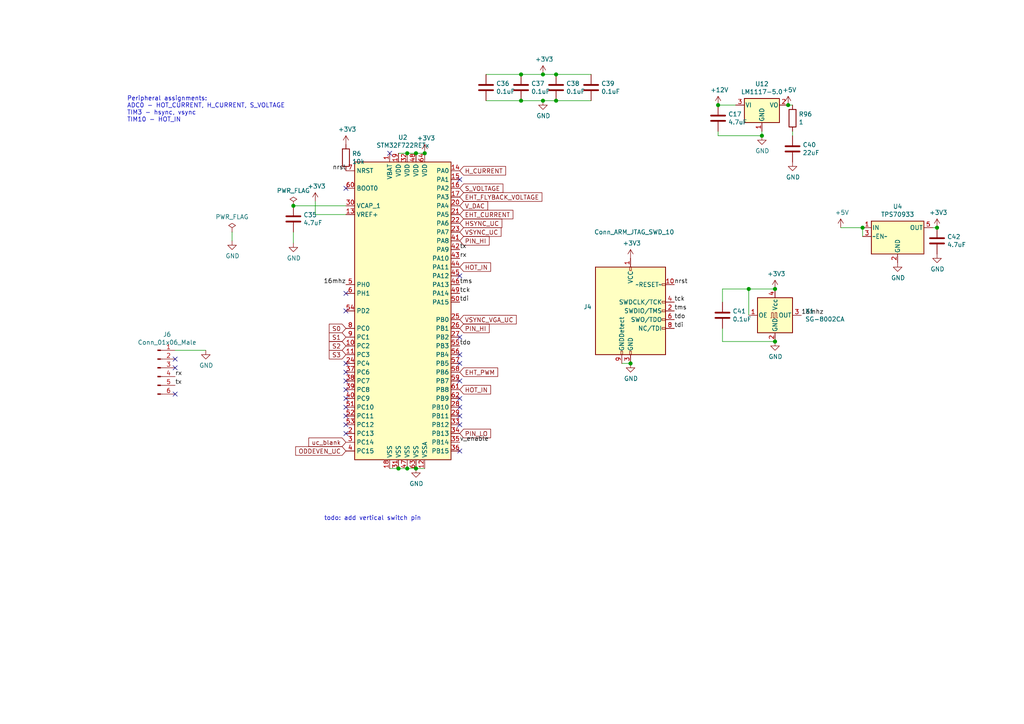
<source format=kicad_sch>
(kicad_sch (version 20211123) (generator eeschema)
  (paper "A4")
  (lib_symbols
    (symbol "Connector:Conn_01x06_Male" (pin_names (offset 1.016) hide)
      (property "Reference" "J" (at 0 7.62 0))
      (property "Value" "Conn_01x06_Male" (at 0 -10.16 0))
      (symbol "Conn_01x06_Male_1_1"
        (polyline (pts (xy 1.27 -7.62) (xy 0.8636 -7.62)) (stroke (width 0.1524)))
        (polyline (pts (xy 1.27 -5.08) (xy 0.8636 -5.08)) (stroke (width 0.1524)))
        (polyline (pts (xy 1.27 -2.54) (xy 0.8636 -2.54)) (stroke (width 0.1524)))
        (polyline (pts (xy 1.27 0) (xy 0.8636 0)) (stroke (width 0.1524)))
        (polyline (pts (xy 1.27 2.54) (xy 0.8636 2.54)) (stroke (width 0.1524)))
        (polyline (pts (xy 1.27 5.08) (xy 0.8636 5.08)) (stroke (width 0.1524)))
        (rectangle (start 0.8636 -7.493) (end 0 -7.747) (stroke (width 0.1524)) (fill (type outline)))
        (rectangle (start 0.8636 -4.953) (end 0 -5.207) (stroke (width 0.1524)) (fill (type outline)))
        (rectangle (start 0.8636 -2.413) (end 0 -2.667) (stroke (width 0.1524)) (fill (type outline)))
        (rectangle (start 0.8636 0.127) (end 0 -0.127) (stroke (width 0.1524)) (fill (type outline)))
        (rectangle (start 0.8636 2.667) (end 0 2.413) (stroke (width 0.1524)) (fill (type outline)))
        (rectangle (start 0.8636 5.207) (end 0 4.953) (stroke (width 0.1524)) (fill (type outline)))
        (pin passive line (at 5.08 5.08 180) (length 3.81) (name "Pin_1") (number "1"))
        (pin passive line (at 5.08 2.54 180) (length 3.81) (name "Pin_2") (number "2"))
        (pin passive line (at 5.08 0 180) (length 3.81) (name "Pin_3") (number "3"))
        (pin passive line (at 5.08 -2.54 180) (length 3.81) (name "Pin_4") (number "4"))
        (pin passive line (at 5.08 -5.08 180) (length 3.81) (name "Pin_5") (number "5"))
        (pin passive line (at 5.08 -7.62 180) (length 3.81) (name "Pin_6") (number "6"))
      )
    )
    (symbol "Device:C" (pin_numbers hide) (pin_names (offset 0.254))
      (property "Reference" "C" (at 0.635 2.54 0))
      (property "Value" "C" (at 0.635 -2.54 0))
      (symbol "C_0_1"
        (polyline (pts (xy -2.032 -0.762) (xy 2.032 -0.762)) (stroke (width 0.508)))
        (polyline (pts (xy -2.032 0.762) (xy 2.032 0.762)) (stroke (width 0.508)))
      )
      (symbol "C_1_1"
        (pin passive line (at 0 3.81 270) (length 2.794) (name "~") (number "1"))
        (pin passive line (at 0 -3.81 90) (length 2.794) (name "~") (number "2"))
      )
    )
    (symbol "Device:R" (pin_numbers hide) (pin_names (offset 0))
      (property "Reference" "R" (at 2.032 0 90))
      (property "Value" "R" (at 0 0 90))
      (symbol "R_0_1"
        (rectangle (start -1.016 -2.54) (end 1.016 2.54) (stroke (width 0.254)))
      )
      (symbol "R_1_1"
        (pin passive line (at 0 3.81 270) (length 1.27) (name "~") (number "1"))
        (pin passive line (at 0 -3.81 90) (length 1.27) (name "~") (number "2"))
      )
    )
    (symbol "MCU_ST_STM32F7:STM32F722RETx"
      (property "Reference" "U" (at -15.24 44.45 0))
      (property "Value" "STM32F722RETx" (at 7.62 44.45 0))
      (symbol "STM32F722RETx_0_1"
        (rectangle (start -15.24 -43.18) (end 12.7 43.18) (stroke (width 0.254)) (fill (type background)))
      )
      (symbol "STM32F722RETx_1_1"
        (pin power_in line (at -5.08 45.72 270) (length 2.54) (name "VBAT") (number "1"))
        (pin bidirectional line (at -17.78 -10.16 0) (length 2.54) (name "PC2") (number "10"))
        (pin bidirectional line (at -17.78 -12.7 0) (length 2.54) (name "PC3") (number "11"))
        (pin power_in line (at 5.08 -45.72 90) (length 2.54) (name "VSSA") (number "12"))
        (pin power_in line (at -17.78 27.94 0) (length 2.54) (name "VREF+") (number "13"))
        (pin bidirectional line (at 15.24 40.64 180) (length 2.54) (name "PA0") (number "14"))
        (pin bidirectional line (at 15.24 38.1 180) (length 2.54) (name "PA1") (number "15"))
        (pin bidirectional line (at 15.24 35.56 180) (length 2.54) (name "PA2") (number "16"))
        (pin bidirectional line (at 15.24 33.02 180) (length 2.54) (name "PA3") (number "17"))
        (pin power_in line (at -5.08 -45.72 90) (length 2.54) (name "VSS") (number "18"))
        (pin power_in line (at -2.54 45.72 270) (length 2.54) (name "VDD") (number "19"))
        (pin bidirectional line (at -17.78 -35.56 0) (length 2.54) (name "PC13") (number "2"))
        (pin bidirectional line (at 15.24 30.48 180) (length 2.54) (name "PA4") (number "20"))
        (pin bidirectional line (at 15.24 27.94 180) (length 2.54) (name "PA5") (number "21"))
        (pin bidirectional line (at 15.24 25.4 180) (length 2.54) (name "PA6") (number "22"))
        (pin bidirectional line (at 15.24 22.86 180) (length 2.54) (name "PA7") (number "23"))
        (pin bidirectional line (at -17.78 -15.24 0) (length 2.54) (name "PC4") (number "24"))
        (pin bidirectional line (at 15.24 -2.54 180) (length 2.54) (name "PB0") (number "25"))
        (pin bidirectional line (at 15.24 -5.08 180) (length 2.54) (name "PB1") (number "26"))
        (pin bidirectional line (at 15.24 -7.62 180) (length 2.54) (name "PB2") (number "27"))
        (pin bidirectional line (at 15.24 -27.94 180) (length 2.54) (name "PB10") (number "28"))
        (pin bidirectional line (at 15.24 -30.48 180) (length 2.54) (name "PB11") (number "29"))
        (pin bidirectional line (at -17.78 -38.1 0) (length 2.54) (name "PC14") (number "3"))
        (pin power_in line (at -17.78 30.48 0) (length 2.54) (name "VCAP_1") (number "30"))
        (pin power_in line (at -2.54 -45.72 90) (length 2.54) (name "VSS") (number "31"))
        (pin power_in line (at 0 45.72 270) (length 2.54) (name "VDD") (number "32"))
        (pin bidirectional line (at 15.24 -33.02 180) (length 2.54) (name "PB12") (number "33"))
        (pin bidirectional line (at 15.24 -35.56 180) (length 2.54) (name "PB13") (number "34"))
        (pin bidirectional line (at 15.24 -38.1 180) (length 2.54) (name "PB14") (number "35"))
        (pin bidirectional line (at 15.24 -40.64 180) (length 2.54) (name "PB15") (number "36"))
        (pin bidirectional line (at -17.78 -17.78 0) (length 2.54) (name "PC6") (number "37"))
        (pin bidirectional line (at -17.78 -20.32 0) (length 2.54) (name "PC7") (number "38"))
        (pin bidirectional line (at -17.78 -22.86 0) (length 2.54) (name "PC8") (number "39"))
        (pin bidirectional line (at -17.78 -40.64 0) (length 2.54) (name "PC15") (number "4"))
        (pin bidirectional line (at -17.78 -25.4 0) (length 2.54) (name "PC9") (number "40"))
        (pin bidirectional line (at 15.24 20.32 180) (length 2.54) (name "PA8") (number "41"))
        (pin bidirectional line (at 15.24 17.78 180) (length 2.54) (name "PA9") (number "42"))
        (pin bidirectional line (at 15.24 15.24 180) (length 2.54) (name "PA10") (number "43"))
        (pin bidirectional line (at 15.24 12.7 180) (length 2.54) (name "PA11") (number "44"))
        (pin bidirectional line (at 15.24 10.16 180) (length 2.54) (name "PA12") (number "45"))
        (pin bidirectional line (at 15.24 7.62 180) (length 2.54) (name "PA13") (number "46"))
        (pin power_in line (at 0 -45.72 90) (length 2.54) (name "VSS") (number "47"))
        (pin power_in line (at 2.54 45.72 270) (length 2.54) (name "VDD") (number "48"))
        (pin bidirectional line (at 15.24 5.08 180) (length 2.54) (name "PA14") (number "49"))
        (pin input line (at -17.78 7.62 0) (length 2.54) (name "PH0") (number "5"))
        (pin bidirectional line (at 15.24 2.54 180) (length 2.54) (name "PA15") (number "50"))
        (pin bidirectional line (at -17.78 -27.94 0) (length 2.54) (name "PC10") (number "51"))
        (pin bidirectional line (at -17.78 -30.48 0) (length 2.54) (name "PC11") (number "52"))
        (pin bidirectional line (at -17.78 -33.02 0) (length 2.54) (name "PC12") (number "53"))
        (pin bidirectional line (at -17.78 0 0) (length 2.54) (name "PD2") (number "54"))
        (pin bidirectional line (at 15.24 -10.16 180) (length 2.54) (name "PB3") (number "55"))
        (pin bidirectional line (at 15.24 -12.7 180) (length 2.54) (name "PB4") (number "56"))
        (pin bidirectional line (at 15.24 -15.24 180) (length 2.54) (name "PB5") (number "57"))
        (pin bidirectional line (at 15.24 -17.78 180) (length 2.54) (name "PB6") (number "58"))
        (pin bidirectional line (at 15.24 -20.32 180) (length 2.54) (name "PB7") (number "59"))
        (pin input line (at -17.78 5.08 0) (length 2.54) (name "PH1") (number "6"))
        (pin input line (at -17.78 35.56 0) (length 2.54) (name "BOOT0") (number "60"))
        (pin bidirectional line (at 15.24 -22.86 180) (length 2.54) (name "PB8") (number "61"))
        (pin bidirectional line (at 15.24 -25.4 180) (length 2.54) (name "PB9") (number "62"))
        (pin power_in line (at 2.54 -45.72 90) (length 2.54) (name "VSS") (number "63"))
        (pin power_in line (at 5.08 45.72 270) (length 2.54) (name "VDD") (number "64"))
        (pin input line (at -17.78 40.64 0) (length 2.54) (name "NRST") (number "7"))
        (pin bidirectional line (at -17.78 -5.08 0) (length 2.54) (name "PC0") (number "8"))
        (pin bidirectional line (at -17.78 -7.62 0) (length 2.54) (name "PC1") (number "9"))
      )
    )
    (symbol "Oscillator:SG-8002CA" (pin_names (offset 0.254))
      (property "Reference" "X" (at -5.08 6.35 0))
      (property "Value" "SG-8002CA" (at 1.27 -6.35 0))
      (symbol "SG-8002CA_0_1"
        (rectangle (start -5.08 5.08) (end 5.08 -5.08) (stroke (width 0.254)) (fill (type background)))
        (polyline (pts (xy -1.27 -0.762) (xy -1.016 -0.762) (xy -1.016 0.762) (xy -0.508 0.762) (xy -0.508 -0.762) (xy 0 -0.762) (xy 0 0.762) (xy 0.508 0.762) (xy 0.508 -0.762) (xy 0.762 -0.762)))
      )
      (symbol "SG-8002CA_1_1"
        (pin input line (at -7.62 0 0) (length 2.54) (name "OE") (number "1"))
        (pin power_in line (at 0 -7.62 90) (length 2.54) (name "GND") (number "2"))
        (pin output line (at 7.62 0 180) (length 2.54) (name "OUT") (number "3"))
        (pin power_in line (at 0 7.62 270) (length 2.54) (name "Vcc") (number "4"))
      )
    )
    (symbol "Regulator_Linear:LM1117-3.3" (pin_names (offset 0.254))
      (property "Reference" "U" (at -3.81 3.175 0))
      (property "Value" "LM1117-3.3" (at 0 3.175 0))
      (symbol "LM1117-3.3_0_1"
        (rectangle (start -5.08 -5.08) (end 5.08 1.905) (stroke (width 0.254)) (fill (type background)))
      )
      (symbol "LM1117-3.3_1_1"
        (pin power_in line (at 0 -7.62 90) (length 2.54) (name "GND") (number "1"))
        (pin power_out line (at 7.62 0 180) (length 2.54) (name "VO") (number "2"))
        (pin power_in line (at -7.62 0 0) (length 2.54) (name "VI") (number "3"))
      )
    )
    (symbol "power:+12V" (power) (pin_names (offset 0))
      (property "Value" "+12V" (at 0 3.556 0))
      (symbol "+12V_0_1"
        (polyline (pts (xy -0.762 1.27) (xy 0 2.54)))
        (polyline (pts (xy 0 0) (xy 0 2.54)))
        (polyline (pts (xy 0 2.54) (xy 0.762 1.27)))
      )
      (symbol "+12V_1_1"
        (pin power_in line (at 0 0 90) (length 0) hide (name "+12V") (number "1"))
      )
    )
    (symbol "power:+3.3V" (power) (pin_names (offset 0))
      (property "Value" "+3.3V" (at 0 3.556 0))
      (symbol "+3.3V_0_1"
        (polyline (pts (xy -0.762 1.27) (xy 0 2.54)))
        (polyline (pts (xy 0 0) (xy 0 2.54)))
        (polyline (pts (xy 0 2.54) (xy 0.762 1.27)))
      )
      (symbol "+3.3V_1_1"
        (pin power_in line (at 0 0 90) (length 0) hide (name "+3V3") (number "1"))
      )
    )
    (symbol "power:+5V" (power) (pin_names (offset 0))
      (property "Value" "+5V" (at 0 3.556 0))
      (symbol "+5V_0_1"
        (polyline (pts (xy -0.762 1.27) (xy 0 2.54)))
        (polyline (pts (xy 0 0) (xy 0 2.54)))
        (polyline (pts (xy 0 2.54) (xy 0.762 1.27)))
      )
      (symbol "+5V_1_1"
        (pin power_in line (at 0 0 90) (length 0) hide (name "+5V") (number "1"))
      )
    )
    (symbol "power:GND" (power) (pin_names (offset 0))
      (property "Value" "GND" (at 0 -3.81 0))
      (symbol "GND_0_1"
        (polyline (pts (xy 0 0) (xy 0 -1.27) (xy 1.27 -1.27) (xy 0 -2.54) (xy -1.27 -1.27) (xy 0 -1.27)))
      )
      (symbol "GND_1_1"
        (pin power_in line (at 0 0 270) (length 0) hide (name "GND") (number "1"))
      )
    )
    (symbol "power:PWR_FLAG" (power) (pin_numbers hide) (pin_names (offset 0) hide)
      (property "Value" "PWR_FLAG" (at 0 3.81 0))
      (symbol "PWR_FLAG_0_0"
        (pin power_out line (at 0 0 90) (length 0) (name "pwr") (number "1"))
      )
      (symbol "PWR_FLAG_0_1"
        (polyline (pts (xy 0 0) (xy 0 1.27) (xy -1.016 1.905) (xy 0 2.54) (xy 1.016 1.905) (xy 0 1.27)))
      )
    )
    (symbol "td-deflect-rescue:Conn_ARM_JTAG_SWD_10-Connector" (pin_names (offset 1.016))
      (property "Reference" "J" (at -2.54 16.51 0))
      (property "Value" "Conn_ARM_JTAG_SWD_10-Connector" (at -2.54 13.97 0))
      (symbol "Conn_ARM_JTAG_SWD_10-Connector_0_1"
        (rectangle (start -10.16 12.7) (end 10.16 -12.7) (stroke (width 0.254)) (fill (type background)))
        (rectangle (start -2.794 -12.7) (end -2.286 -11.684))
        (rectangle (start -0.254 -12.7) (end 0.254 -11.684))
        (rectangle (start -0.254 12.7) (end 0.254 11.684))
        (rectangle (start 9.144 2.286) (end 10.16 2.794))
        (rectangle (start 10.16 -2.794) (end 9.144 -2.286))
        (rectangle (start 10.16 -0.254) (end 9.144 0.254))
        (rectangle (start 10.16 7.874) (end 9.144 7.366))
      )
      (symbol "Conn_ARM_JTAG_SWD_10-Connector_1_1"
        (rectangle (start 9.144 -5.334) (end 10.16 -4.826))
        (pin power_in line (at 0 15.24 270) (length 2.54) (name "VCC") (number "1"))
        (pin open_collector line (at 12.7 7.62 180) (length 2.54) (name "~RESET~") (number "10"))
        (pin bidirectional line (at 12.7 0 180) (length 2.54) (name "SWDIO/TMS") (number "2"))
        (pin power_in line (at 0 -15.24 90) (length 2.54) (name "GND") (number "3"))
        (pin output line (at 12.7 2.54 180) (length 2.54) (name "SWDCLK/TCK") (number "4"))
        (pin passive line (at 0 -15.24 90) (length 2.54) hide (name "GND") (number "5"))
        (pin input line (at 12.7 -2.54 180) (length 2.54) (name "SWO/TDO") (number "6"))
        (pin no_connect line (at -10.16 0 0) (length 2.54) hide (name "KEY") (number "7"))
        (pin output line (at 12.7 -5.08 180) (length 2.54) (name "NC/TDI") (number "8"))
        (pin input line (at -2.54 -15.24 90) (length 2.54) (name "GNDDetect") (number "9"))
      )
    )
    (symbol "td-deflect-rescue:TPS76933-Regulator_Linear" (pin_names (offset 0.254))
      (property "Reference" "U" (at -6.35 5.715 0))
      (property "Value" "TPS76933-Regulator_Linear" (at 0 5.715 0))
      (symbol "TPS76933-Regulator_Linear_0_1"
        (rectangle (start -7.62 4.445) (end 7.62 -5.08) (stroke (width 0.254)) (fill (type background)))
      )
      (symbol "TPS76933-Regulator_Linear_1_1"
        (pin power_in line (at -10.16 2.54 0) (length 2.54) (name "IN") (number "1"))
        (pin power_in line (at 0 -7.62 90) (length 2.54) (name "GND") (number "2"))
        (pin input line (at -10.16 0 0) (length 2.54) (name "~EN~") (number "3"))
        (pin no_connect line (at 10.16 0 180) (length 2.54) hide (name "NC") (number "4"))
        (pin power_out line (at 10.16 2.54 180) (length 2.54) (name "OUT") (number "5"))
      )
    )
  )
  (junction (at 115.57 135.89) (diameter 1.016))
  (junction (at 161.29 29.21) (diameter 1.016))
  (junction (at 120.65 135.89) (diameter 1.016))
  (junction (at 271.78 66.04) (diameter 1.016))
  (junction (at 228.6 30.48) (diameter 1.016))
  (junction (at 118.11 44.45) (diameter 1.016))
  (junction (at 151.13 29.21) (diameter 1.016))
  (junction (at 217.17 83.82) (diameter 1.016))
  (junction (at 224.79 83.82) (diameter 1.016))
  (junction (at 182.88 105.41) (diameter 1.016))
  (junction (at 224.79 99.06) (diameter 1.016))
  (junction (at 118.11 135.89) (diameter 1.016))
  (junction (at 208.28 30.48) (diameter 1.016))
  (junction (at 250.19 66.04) (diameter 1.016))
  (junction (at 161.29 21.59) (diameter 1.016))
  (junction (at 220.98 39.37) (diameter 1.016))
  (junction (at 123.19 44.45) (diameter 1.016))
  (junction (at 157.48 21.59) (diameter 1.016))
  (junction (at 85.09 59.69) (diameter 1.016))
  (junction (at 157.48 29.21) (diameter 1.016))
  (junction (at 151.13 21.59) (diameter 1.016))
  (junction (at 120.65 44.45) (diameter 1.016))
  (no_connect (at 50.8 106.68))
  (no_connect (at 133.35 102.87))
  (no_connect (at 133.35 123.19))
  (no_connect (at 100.33 107.95))
  (no_connect (at 100.33 113.03))
  (no_connect (at 50.8 104.14))
  (no_connect (at 100.33 125.73))
  (no_connect (at 133.35 130.81))
  (no_connect (at 133.35 97.79))
  (no_connect (at 133.35 118.11))
  (no_connect (at 50.8 114.3))
  (no_connect (at 113.03 44.45))
  (no_connect (at 133.35 110.49))
  (no_connect (at 100.33 110.49))
  (no_connect (at 100.33 120.65))
  (no_connect (at 133.35 105.41))
  (no_connect (at 100.33 123.19))
  (no_connect (at 133.35 115.57))
  (no_connect (at 100.33 115.57))
  (no_connect (at 133.35 80.01))
  (no_connect (at 100.33 118.11))
  (no_connect (at 133.35 52.07))
  (no_connect (at 100.33 54.61))
  (no_connect (at 100.33 90.17))
  (no_connect (at 100.33 85.09))
  (no_connect (at 100.33 105.41))
  (no_connect (at 133.35 120.65))
  (wire (pts (xy 208.28 39.37) (xy 220.98 39.37)))
  (wire (pts (xy 157.48 21.59) (xy 161.29 21.59)))
  (wire (pts (xy 209.55 99.06) (xy 209.55 95.25)))
  (wire (pts (xy 151.13 21.59) (xy 157.48 21.59)))
  (wire (pts (xy 140.97 29.21) (xy 151.13 29.21)))
  (wire (pts (xy 118.11 135.89) (xy 120.65 135.89)))
  (wire (pts (xy 270.51 66.04) (xy 271.78 66.04)))
  (wire (pts (xy 229.87 30.48) (xy 228.6 30.48)))
  (wire (pts (xy 157.48 29.21) (xy 161.29 29.21)))
  (wire (pts (xy 50.8 101.6) (xy 59.69 101.6)))
  (wire (pts (xy 209.55 83.82) (xy 217.17 83.82)))
  (wire (pts (xy 67.31 67.31) (xy 67.31 69.85)))
  (wire (pts (xy 91.44 62.23) (xy 91.44 58.42)))
  (wire (pts (xy 100.33 62.23) (xy 91.44 62.23)))
  (wire (pts (xy 85.09 59.69) (xy 100.33 59.69)))
  (wire (pts (xy 224.79 83.82) (xy 217.17 83.82)))
  (wire (pts (xy 118.11 44.45) (xy 120.65 44.45)))
  (wire (pts (xy 180.34 105.41) (xy 182.88 105.41)))
  (wire (pts (xy 229.87 38.1) (xy 229.87 39.37)))
  (wire (pts (xy 85.09 67.31) (xy 85.09 70.485)))
  (wire (pts (xy 217.17 83.82) (xy 217.17 91.44)))
  (wire (pts (xy 151.13 29.21) (xy 157.48 29.21)))
  (wire (pts (xy 224.79 99.06) (xy 209.55 99.06)))
  (wire (pts (xy 208.28 30.48) (xy 213.36 30.48)))
  (wire (pts (xy 209.55 87.63) (xy 209.55 83.82)))
  (wire (pts (xy 115.57 44.45) (xy 118.11 44.45)))
  (wire (pts (xy 120.65 44.45) (xy 123.19 44.45)))
  (wire (pts (xy 161.29 29.21) (xy 171.45 29.21)))
  (wire (pts (xy 118.11 135.89) (xy 115.57 135.89)))
  (wire (pts (xy 151.13 21.59) (xy 140.97 21.59)))
  (wire (pts (xy 171.45 21.59) (xy 161.29 21.59)))
  (wire (pts (xy 250.19 68.58) (xy 250.19 66.04)))
  (wire (pts (xy 208.28 39.37) (xy 208.28 38.1)))
  (wire (pts (xy 113.03 135.89) (xy 115.57 135.89)))
  (wire (pts (xy 220.98 39.37) (xy 220.98 38.1)))
  (wire (pts (xy 243.84 66.04) (xy 250.19 66.04)))
  (wire (pts (xy 123.19 135.89) (xy 120.65 135.89)))
  (text "Peripheral assignments:\nADC0 - HOT_CURRENT, H_CURRENT, S_VOLTAGE\nTIM3 - hsync, vsync\nTIM10 - HOT_IN" (at 36.83 35.56 0) (effects (font (size 1.27 1.27)) (justify left bottom)))
  (text "todo: add vertical switch pin" (at 93.98 151.13 0) (effects (font (size 1.27 1.27)) (justify left bottom)))
  (label "tx" (at 50.8 111.76 0))
  (label "v_enable" (at 133.35 128.27 0))
  (label "nrst" (at 195.58 82.55 0))
  (label "tms" (at 133.35 82.55 0))
  (label "rx" (at 50.8 109.22 0))
  (label "tdo" (at 195.58 92.71 0))
  (label "16mhz" (at 232.41 91.44 0))
  (label "tck" (at 133.35 85.09 0))
  (label "tdi" (at 195.58 95.25 0))
  (label "tx" (at 133.35 72.39 0))
  (label "nrst" (at 100.33 49.53 180))
  (label "16mhz" (at 100.33 82.55 180))
  (label "tdi" (at 133.35 87.63 0))
  (label "tdo" (at 133.35 100.33 0))
  (label "tck" (at 195.58 87.63 0))
  (label "tms" (at 195.58 90.17 0))
  (label "rx" (at 133.35 74.93 0))
  (global_label "PIN_HI" (shape input) (at 133.35 95.25 0) (property "Intersheet References" "${INTERSHEET_REFS}" (effects hide)))
  (global_label "EHT_FLYBACK_VOLTAGE" (shape input) (at 133.35 57.15 0) (property "Intersheet References" "${INTERSHEET_REFS}" (effects hide)))
  (global_label "S0" (shape input) (at 100.33 95.25 180) (property "Intersheet References" "${INTERSHEET_REFS}" (effects hide)))
  (global_label "HOT_IN" (shape input) (at 133.35 77.47 0) (property "Intersheet References" "${INTERSHEET_REFS}" (effects hide)))
  (global_label "HSYNC_UC" (shape input) (at 133.35 64.77 0) (property "Intersheet References" "${INTERSHEET_REFS}" (effects hide)))
  (global_label "VSYNC_VGA_UC" (shape input) (at 133.35 92.71 0) (property "Intersheet References" "${INTERSHEET_REFS}" (effects hide)))
  (global_label "H_CURRENT" (shape input) (at 133.35 49.53 0) (property "Intersheet References" "${INTERSHEET_REFS}" (effects hide)))
  (global_label "EHT_PWM" (shape input) (at 133.35 107.95 0) (property "Intersheet References" "${INTERSHEET_REFS}" (effects hide)))
  (global_label "PIN_LO" (shape input) (at 133.35 125.73 0) (property "Intersheet References" "${INTERSHEET_REFS}" (effects hide)))
  (global_label "S1" (shape input) (at 100.33 97.79 180) (property "Intersheet References" "${INTERSHEET_REFS}" (effects hide)))
  (global_label "S2" (shape input) (at 100.33 100.33 180) (property "Intersheet References" "${INTERSHEET_REFS}" (effects hide)))
  (global_label "S_VOLTAGE" (shape input) (at 133.35 54.61 0) (property "Intersheet References" "${INTERSHEET_REFS}" (effects hide)))
  (global_label "HOT_IN" (shape input) (at 133.35 113.03 0) (property "Intersheet References" "${INTERSHEET_REFS}" (effects hide)))
  (global_label "uc_blank" (shape input) (at 100.33 128.27 180) (property "Intersheet References" "${INTERSHEET_REFS}" (effects hide)))
  (global_label "VSYNC_UC" (shape input) (at 133.35 67.31 0) (property "Intersheet References" "${INTERSHEET_REFS}" (effects hide)))
  (global_label "EHT_CURRENT" (shape input) (at 133.35 62.23 0) (property "Intersheet References" "${INTERSHEET_REFS}" (effects hide)))
  (global_label "ODDEVEN_UC" (shape input) (at 100.33 130.81 180) (property "Intersheet References" "${INTERSHEET_REFS}" (effects hide)))
  (global_label "S3" (shape input) (at 100.33 102.87 180) (property "Intersheet References" "${INTERSHEET_REFS}" (effects hide)))
  (global_label "V_DAC" (shape input) (at 133.35 59.69 0) (property "Intersheet References" "${INTERSHEET_REFS}" (effects hide)))
  (global_label "PIN_HI" (shape input) (at 133.35 69.85 0) (property "Intersheet References" "${INTERSHEET_REFS}" (effects hide)))
  (symbol (lib_id "td-deflect-rescue:TPS76933-Regulator_Linear") (at 260.35 68.58 0) (unit 1)
    (property "Reference" "U4" (at 260.35 59.8932 0))
    (property "Value" "TPS70933" (at 260.35 62.2046 0))
    (property "Footprint" "Package_TO_SOT_SMD:SOT-23-5" (effects hide))
    (property "Datasheet" "http://www.ti.com/lit/ds/symlink/tps769.pdf" (effects hide))
    (property "Digikey" "296-35483-1-ND" (effects hide))
  )
  (symbol (lib_id "power:GND") (at 260.35 76.2 0) (unit 1)
    (property "Reference" "#PWR0140" (effects hide))
    (property "Value" "GND" (at 260.477 80.5942 0))
  )
  (symbol (lib_id "MCU_ST_STM32F7:STM32F722RETx") (at 118.11 90.17 0) (unit 1)
    (property "Reference" "U2" (at 116.84 39.8526 0))
    (property "Value" "STM32F722RETx" (at 116.84 42.164 0))
    (property "Footprint" "Package_QFP:LQFP-64_10x10mm_P0.5mm" (effects hide))
    (property "Datasheet" "http://www.st.com/st-web-ui/static/active/en/resource/technical/document/datasheet/DM00330506.pdf" (effects hide))
    (property "Digikey" "497-17184-ND" (effects hide))
  )
  (symbol (lib_id "power:+3.3V") (at 123.19 44.45 0) (unit 1)
    (property "Reference" "#PWR0125" (effects hide))
    (property "Value" "+3.3V" (at 123.571 40.0558 0))
  )
  (symbol (lib_id "power:GND") (at 120.65 135.89 0) (unit 1)
    (property "Reference" "#PWR0126" (effects hide))
    (property "Value" "GND" (at 120.777 140.2842 0))
  )
  (symbol (lib_id "Device:C") (at 140.97 25.4 0) (unit 1)
    (property "Reference" "C36" (at 143.891 24.2316 0) (effects (justify left)))
    (property "Value" "0.1uF" (at 143.891 26.543 0) (effects (justify left)))
    (property "Footprint" "Capacitor_SMD:C_0805_2012Metric_Pad1.15x1.40mm_HandSolder" (effects hide))
    (property "Voltage" "10V" (effects hide))
    (property "Digikey" "1276-1099-1-ND" (effects hide))
  )
  (symbol (lib_id "Device:C") (at 151.13 25.4 0) (unit 1)
    (property "Reference" "C37" (at 154.051 24.2316 0) (effects (justify left)))
    (property "Value" "0.1uF" (at 154.051 26.543 0) (effects (justify left)))
    (property "Footprint" "Capacitor_SMD:C_0805_2012Metric_Pad1.15x1.40mm_HandSolder" (effects hide))
    (property "Voltage" "10V" (effects hide))
    (property "Digikey" "1276-1099-1-ND" (effects hide))
  )
  (symbol (lib_id "Device:C") (at 161.29 25.4 0) (unit 1)
    (property "Reference" "C38" (at 164.211 24.2316 0) (effects (justify left)))
    (property "Value" "0.1uF" (at 164.211 26.543 0) (effects (justify left)))
    (property "Footprint" "Capacitor_SMD:C_0805_2012Metric_Pad1.15x1.40mm_HandSolder" (effects hide))
    (property "Voltage" "10V" (effects hide))
    (property "Digikey" "1276-1099-1-ND" (effects hide))
  )
  (symbol (lib_id "Device:C") (at 171.45 25.4 0) (unit 1)
    (property "Reference" "C39" (at 174.371 24.2316 0) (effects (justify left)))
    (property "Value" "0.1uF" (at 174.371 26.543 0) (effects (justify left)))
    (property "Footprint" "Capacitor_SMD:C_0805_2012Metric_Pad1.15x1.40mm_HandSolder" (effects hide))
    (property "Voltage" "10V" (effects hide))
    (property "Digikey" "1276-1099-1-ND" (effects hide))
  )
  (symbol (lib_id "power:+3.3V") (at 157.48 21.59 0) (unit 1)
    (property "Reference" "#PWR0127" (effects hide))
    (property "Value" "+3.3V" (at 157.861 17.1958 0))
  )
  (symbol (lib_id "power:GND") (at 157.48 29.21 0) (unit 1)
    (property "Reference" "#PWR0128" (effects hide))
    (property "Value" "GND" (at 157.607 33.6042 0))
  )
  (symbol (lib_id "power:+3.3V") (at 91.44 58.42 0) (unit 1)
    (property "Reference" "#PWR0129" (effects hide))
    (property "Value" "+3.3V" (at 91.821 54.0258 0))
  )
  (symbol (lib_id "td-deflect-rescue:Conn_ARM_JTAG_SWD_10-Connector") (at 182.88 90.17 0) (unit 1)
    (property "Reference" "J4" (at 171.6278 89.0016 0) (effects (justify right)))
    (property "Value" "Conn_ARM_JTAG_SWD_10" (at 195.58 67.31 0) (effects (justify right)))
    (property "Footprint" "Connector_PinHeader_1.27mm:PinHeader_2x05_P1.27mm_Vertical_SMD" (effects hide))
    (property "Datasheet" "http://infocenter.arm.com/help/topic/com.arm.doc.faqs/attached/13634/cortex_debug_connectors.pdf" (effects hide))
    (property "Digikey" " SAM9438-ND " (effects hide))
  )
  (symbol (lib_id "power:+3.3V") (at 182.88 74.93 0) (unit 1)
    (property "Reference" "#PWR0130" (effects hide))
    (property "Value" "+3.3V" (at 183.261 70.5358 0))
  )
  (symbol (lib_id "power:GND") (at 182.88 105.41 0) (unit 1)
    (property "Reference" "#PWR0131" (effects hide))
    (property "Value" "GND" (at 183.007 109.8042 0))
  )
  (symbol (lib_id "Device:R") (at 100.33 45.72 0) (unit 1)
    (property "Reference" "R6" (at 102.108 44.5516 0) (effects (justify left)))
    (property "Value" "10k" (at 102.108 46.863 0) (effects (justify left)))
    (property "Footprint" "Resistor_SMD:R_0805_2012Metric_Pad1.15x1.40mm_HandSolder" (effects hide))
  )
  (symbol (lib_id "power:+3.3V") (at 100.33 41.91 0) (unit 1)
    (property "Reference" "#PWR0132" (effects hide))
    (property "Value" "+3.3V" (at 100.711 37.5158 0))
  )
  (symbol (lib_id "power:+3.3V") (at 271.78 66.04 0) (unit 1)
    (property "Reference" "#PWR0133" (effects hide))
    (property "Value" "+3.3V" (at 272.161 61.6458 0))
  )
  (symbol (lib_id "Device:C") (at 271.78 69.85 0) (unit 1)
    (property "Reference" "C42" (at 274.701 68.6816 0) (effects (justify left)))
    (property "Value" "4.7uF" (at 274.701 70.993 0) (effects (justify left)))
    (property "Footprint" "Capacitor_SMD:C_0805_2012Metric_Pad1.15x1.40mm_HandSolder" (effects hide))
    (property "Voltage" "10V" (effects hide))
    (property "Digikey" "1276-3177-1-ND" (effects hide))
  )
  (symbol (lib_id "power:GND") (at 271.78 73.66 0) (unit 1)
    (property "Reference" "#PWR0134" (effects hide))
    (property "Value" "GND" (at 271.907 78.0542 0))
  )
  (symbol (lib_id "power:+5V") (at 243.84 66.04 0) (unit 1)
    (property "Reference" "#PWR0136" (effects hide))
    (property "Value" "+5V" (at 244.221 61.6458 0))
  )
  (symbol (lib_id "Oscillator:SG-8002CA") (at 224.79 91.44 0) (unit 1)
    (property "Reference" "X1" (at 233.5276 90.2716 0) (effects (justify left)))
    (property "Value" "SG-8002CA" (at 233.5276 92.583 0) (effects (justify left)))
    (property "Footprint" "Oscillator:Oscillator_SMD_SeikoEpson_SG8002CA-4Pin_7.0x5.0mm" (effects hide))
    (property "Datasheet" "https://support.epson.biz/td/api/doc_check.php?mode=dl&lang=en&Parts=SG-8002DC" (effects hide))
    (property "Digikey" " CTX270LVCT-ND " (effects hide))
  )
  (symbol (lib_id "power:+3.3V") (at 224.79 83.82 0) (unit 1)
    (property "Reference" "#PWR0137" (effects hide))
    (property "Value" "+3.3V" (at 225.171 79.4258 0))
  )
  (symbol (lib_id "power:GND") (at 224.79 99.06 0) (unit 1)
    (property "Reference" "#PWR0138" (effects hide))
    (property "Value" "GND" (at 224.917 103.4542 0))
  )
  (symbol (lib_id "Device:C") (at 209.55 91.44 0) (unit 1)
    (property "Reference" "C41" (at 212.471 90.2716 0) (effects (justify left)))
    (property "Value" "0.1uF" (at 212.471 92.583 0) (effects (justify left)))
    (property "Footprint" "Capacitor_SMD:C_0805_2012Metric_Pad1.15x1.40mm_HandSolder" (effects hide))
    (property "Voltage" "10V" (effects hide))
    (property "Digikey" "1276-1099-1-ND" (effects hide))
  )
  (symbol (lib_id "Device:C") (at 85.09 63.5 0) (unit 1)
    (property "Reference" "C35" (at 88.011 62.3316 0) (effects (justify left)))
    (property "Value" "4.7uF" (at 88.011 64.643 0) (effects (justify left)))
    (property "Footprint" "Capacitor_SMD:C_0805_2012Metric_Pad1.15x1.40mm_HandSolder" (effects hide))
    (property "Voltage" "10V" (effects hide))
    (property "Digikey" "1276-3177-1-ND" (effects hide))
  )
  (symbol (lib_id "power:GND") (at 85.09 70.485 0) (unit 1)
    (property "Reference" "#PWR0139" (effects hide))
    (property "Value" "GND" (at 85.217 74.8792 0))
  )
  (symbol (lib_id "Device:C") (at 208.28 34.29 0) (unit 1)
    (property "Reference" "C17" (at 211.201 33.1216 0) (effects (justify left)))
    (property "Value" "4.7uF" (at 211.201 35.433 0) (effects (justify left)))
    (property "Footprint" "Capacitor_SMD:C_0805_2012Metric_Pad1.15x1.40mm_HandSolder" (effects hide))
    (property "Voltage" "25V" (effects hide))
    (property "Digikey" "1276-3177-1-ND" (effects hide))
  )
  (symbol (lib_id "power:+5V") (at 228.6 30.48 0) (unit 1)
    (property "Reference" "#PWR0163" (effects hide))
    (property "Value" "+5V" (at 228.981 26.0858 0))
  )
  (symbol (lib_id "power:+12V") (at 208.28 30.48 0) (unit 1)
    (property "Reference" "#PWR0164" (effects hide))
    (property "Value" "+12V" (at 208.661 26.0858 0))
  )
  (symbol (lib_id "Connector:Conn_01x06_Male") (at 45.72 106.68 0) (unit 1)
    (property "Reference" "J6" (at 48.4632 97.0026 0))
    (property "Value" "Conn_01x06_Male" (at 48.4632 99.314 0))
    (property "Footprint" "Connector_PinHeader_2.54mm:PinHeader_1x06_P2.54mm_Vertical" (effects hide))
  )
  (symbol (lib_id "power:GND") (at 59.69 101.6 0) (unit 1)
    (property "Reference" "#PWR0167" (effects hide))
    (property "Value" "GND" (at 59.817 105.9942 0))
  )
  (symbol (lib_id "Regulator_Linear:LM1117-3.3") (at 220.98 30.48 0) (unit 1)
    (property "Reference" "U12" (at 220.98 24.3332 0))
    (property "Value" "LM1117-5.0" (at 220.98 26.6446 0))
    (property "Footprint" "Package_TO_SOT_SMD:TO-252-2" (effects hide))
    (property "Datasheet" "http://www.ti.com/lit/ds/symlink/lm1117.pdf" (effects hide))
    (property "Digikey" "LM1117IDTX-5.0/NOPBCT-ND" (effects hide))
  )
  (symbol (lib_id "power:GND") (at 229.87 46.99 0) (unit 1)
    (property "Reference" "#PWR049" (effects hide))
    (property "Value" "GND" (at 229.997 51.3842 0))
  )
  (symbol (lib_id "Device:C") (at 229.87 43.18 0) (unit 1)
    (property "Reference" "C40" (at 232.791 42.0116 0) (effects (justify left)))
    (property "Value" "22uF" (at 232.791 44.323 0) (effects (justify left)))
    (property "Footprint" "Capacitor_SMD:C_1206_3216Metric_Pad1.42x1.75mm_HandSolder" (effects hide))
    (property "Voltage" "10V" (effects hide))
    (property "Digikey" "1276-2769-1-ND " (effects hide))
  )
  (symbol (lib_id "Device:R") (at 229.87 34.29 0) (unit 1)
    (property "Reference" "R96" (at 231.648 33.1216 0) (effects (justify left)))
    (property "Value" "1" (at 231.648 35.433 0) (effects (justify left)))
    (property "Footprint" "Resistor_SMD:R_0805_2012Metric_Pad1.15x1.40mm_HandSolder" (effects hide))
    (property "Digikey" " 311-1.00CRCT-ND" (effects hide))
  )
  (symbol (lib_id "power:GND") (at 220.98 39.37 0) (unit 1)
    (property "Reference" "#PWR0135" (effects hide))
    (property "Value" "GND" (at 221.107 43.7642 0))
  )
  (symbol (lib_id "power:PWR_FLAG") (at 85.09 59.69 0) (unit 1)
    (property "Reference" "#FLG0105" (effects hide))
    (property "Value" "PWR_FLAG" (at 85.09 55.2958 0))
  )
  (symbol (lib_id "power:PWR_FLAG") (at 67.31 67.31 0) (unit 1)
    (property "Reference" "#FLG0106" (effects hide))
    (property "Value" "PWR_FLAG" (at 67.31 62.9158 0))
  )
  (symbol (lib_id "power:GND") (at 67.31 69.85 0) (unit 1)
    (property "Reference" "#PWR0182" (effects hide))
    (property "Value" "GND" (at 67.437 74.2442 0))
  )
)
</source>
